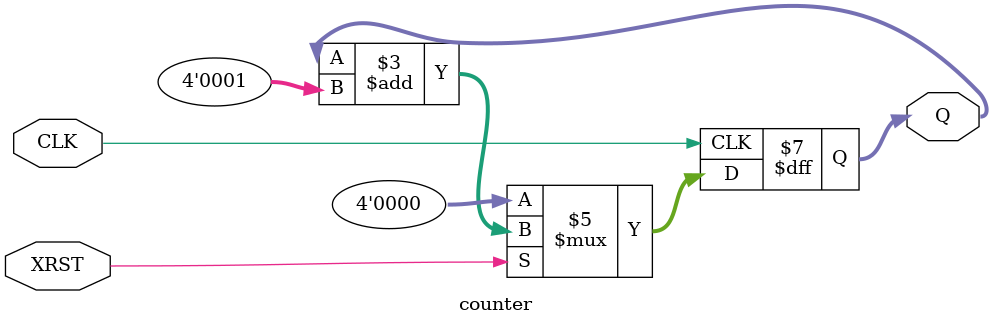
<source format=sv>
`default_nettype none

/***************************************************
 * Counter
 ***************************************************/

module counter
  (
   input wire         CLK,
   input wire         XRST,
   output reg [ 3: 0] Q
   );

  always @(posedge CLK)  begin
    if (!XRST) begin
      Q <= 4'd0;
    end
    else begin
      Q <= Q + 4'd1;
    end
  end

endmodule

</source>
